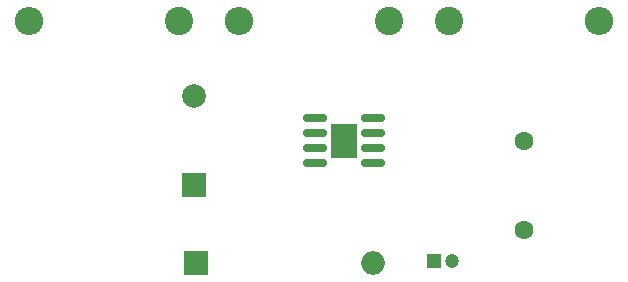
<source format=gbr>
%TF.GenerationSoftware,KiCad,Pcbnew,(6.0.4)*%
%TF.CreationDate,2022-05-30T12:30:38+05:30*%
%TF.ProjectId,vishnukumar batch 15,76697368-6e75-46b7-956d-617220626174,rev?*%
%TF.SameCoordinates,Original*%
%TF.FileFunction,Soldermask,Top*%
%TF.FilePolarity,Negative*%
%FSLAX46Y46*%
G04 Gerber Fmt 4.6, Leading zero omitted, Abs format (unit mm)*
G04 Created by KiCad (PCBNEW (6.0.4)) date 2022-05-30 12:30:38*
%MOMM*%
%LPD*%
G01*
G04 APERTURE LIST*
G04 Aperture macros list*
%AMRoundRect*
0 Rectangle with rounded corners*
0 $1 Rounding radius*
0 $2 $3 $4 $5 $6 $7 $8 $9 X,Y pos of 4 corners*
0 Add a 4 corners polygon primitive as box body*
4,1,4,$2,$3,$4,$5,$6,$7,$8,$9,$2,$3,0*
0 Add four circle primitives for the rounded corners*
1,1,$1+$1,$2,$3*
1,1,$1+$1,$4,$5*
1,1,$1+$1,$6,$7*
1,1,$1+$1,$8,$9*
0 Add four rect primitives between the rounded corners*
20,1,$1+$1,$2,$3,$4,$5,0*
20,1,$1+$1,$4,$5,$6,$7,0*
20,1,$1+$1,$6,$7,$8,$9,0*
20,1,$1+$1,$8,$9,$2,$3,0*%
G04 Aperture macros list end*
%ADD10R,2.290000X3.000000*%
%ADD11RoundRect,0.150000X-0.825000X-0.150000X0.825000X-0.150000X0.825000X0.150000X-0.825000X0.150000X0*%
%ADD12C,2.400000*%
%ADD13O,2.400000X2.400000*%
%ADD14C,1.600000*%
%ADD15R,2.000000X2.000000*%
%ADD16O,2.000000X2.000000*%
%ADD17R,1.200000X1.200000*%
%ADD18C,1.200000*%
%ADD19C,2.000000*%
G04 APERTURE END LIST*
D10*
%TO.C,U1*%
X114300000Y-88900000D03*
D11*
X116775000Y-86995000D03*
X116775000Y-88265000D03*
X116775000Y-89535000D03*
X116775000Y-90805000D03*
X111825000Y-90805000D03*
X111825000Y-89535000D03*
X111825000Y-88265000D03*
X111825000Y-86995000D03*
%TD*%
D12*
%TO.C,R3*%
X100330000Y-78740000D03*
D13*
X87630000Y-78740000D03*
%TD*%
D12*
%TO.C,R2*%
X118110000Y-78740000D03*
D13*
X105410000Y-78740000D03*
%TD*%
D12*
%TO.C,R1*%
X123190000Y-78740000D03*
D13*
X135890000Y-78740000D03*
%TD*%
D14*
%TO.C,LDR1*%
X129540000Y-96500000D03*
X129540000Y-88900000D03*
%TD*%
D15*
%TO.C,C2*%
X101720000Y-99302500D03*
D16*
X116720000Y-99302500D03*
%TD*%
D17*
%TO.C,C1*%
X121920000Y-99060000D03*
D18*
X123420000Y-99060000D03*
%TD*%
D15*
%TO.C,BZ1*%
X101600000Y-92700000D03*
D19*
X101600000Y-85100000D03*
%TD*%
M02*

</source>
